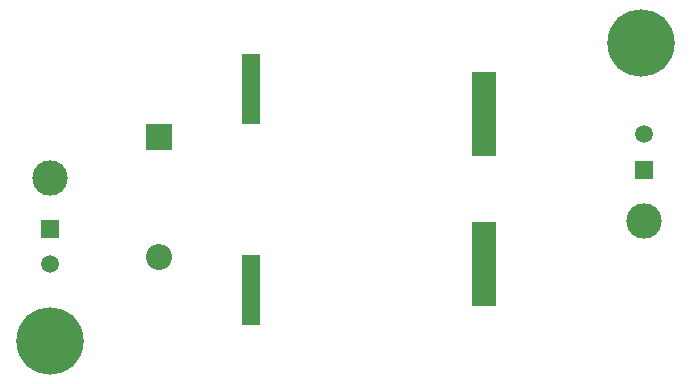
<source format=gbr>
%TF.GenerationSoftware,KiCad,Pcbnew,7.0.10*%
%TF.CreationDate,2024-01-31T01:51:46-06:00*%
%TF.ProjectId,RBDaughter,52424461-7567-4687-9465-722e6b696361,rev?*%
%TF.SameCoordinates,Original*%
%TF.FileFunction,Soldermask,Bot*%
%TF.FilePolarity,Negative*%
%FSLAX46Y46*%
G04 Gerber Fmt 4.6, Leading zero omitted, Abs format (unit mm)*
G04 Created by KiCad (PCBNEW 7.0.10) date 2024-01-31 01:51:46*
%MOMM*%
%LPD*%
G01*
G04 APERTURE LIST*
%ADD10C,3.600000*%
%ADD11C,5.700000*%
%ADD12C,3.000000*%
%ADD13R,1.520000X1.520000*%
%ADD14C,1.520000*%
%ADD15O,2.200000X2.200000*%
%ADD16R,2.200000X2.200000*%
%ADD17R,2.000000X7.200000*%
%ADD18R,1.500000X6.000000*%
G04 APERTURE END LIST*
D10*
%TO.C,H2*%
X110750000Y-72250000D03*
D11*
X110750000Y-72250000D03*
%TD*%
%TO.C,H1*%
X60750000Y-97500000D03*
D10*
X60750000Y-97500000D03*
%TD*%
D12*
%TO.C,J2*%
X111028250Y-87314600D03*
D13*
X111028250Y-82994600D03*
D14*
X111028250Y-79994600D03*
%TD*%
D12*
%TO.C,J1*%
X60750000Y-83685400D03*
D13*
X60750000Y-88005400D03*
D14*
X60750000Y-91005400D03*
%TD*%
D15*
%TO.C,D1*%
X70000000Y-90330000D03*
D16*
X70000000Y-80170000D03*
%TD*%
D17*
%TO.C,K1*%
X97500000Y-78300000D03*
X97500000Y-91000000D03*
D18*
X77800000Y-93150000D03*
X77800000Y-76150000D03*
%TD*%
M02*

</source>
